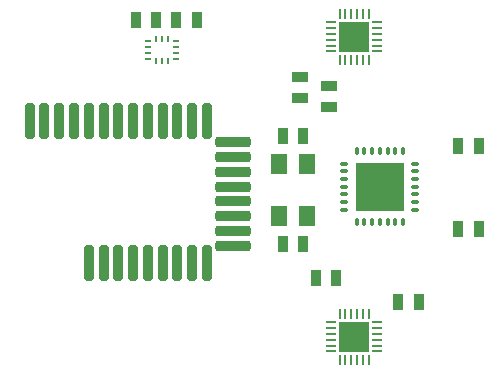
<source format=gbp>
G04 Layer_Color=128*
%FSLAX43Y43*%
%MOMM*%
G71*
G01*
G75*
%ADD13R,1.400X0.850*%
%ADD14R,0.850X1.400*%
G04:AMPARAMS|DCode=38|XSize=0.25mm|YSize=0.55mm|CornerRadius=0.063mm|HoleSize=0mm|Usage=FLASHONLY|Rotation=270.000|XOffset=0mm|YOffset=0mm|HoleType=Round|Shape=RoundedRectangle|*
%AMROUNDEDRECTD38*
21,1,0.250,0.425,0,0,270.0*
21,1,0.125,0.550,0,0,270.0*
1,1,0.125,-0.212,-0.063*
1,1,0.125,-0.212,0.063*
1,1,0.125,0.212,0.063*
1,1,0.125,0.212,-0.063*
%
%ADD38ROUNDEDRECTD38*%
%ADD39R,0.550X0.250*%
%ADD40R,0.250X0.550*%
G04:AMPARAMS|DCode=41|XSize=3mm|YSize=0.85mm|CornerRadius=0.212mm|HoleSize=0mm|Usage=FLASHONLY|Rotation=270.000|XOffset=0mm|YOffset=0mm|HoleType=Round|Shape=RoundedRectangle|*
%AMROUNDEDRECTD41*
21,1,3.000,0.425,0,0,270.0*
21,1,2.575,0.850,0,0,270.0*
1,1,0.425,-0.212,-1.288*
1,1,0.425,-0.212,1.288*
1,1,0.425,0.212,1.288*
1,1,0.425,0.212,-1.288*
%
%ADD41ROUNDEDRECTD41*%
G04:AMPARAMS|DCode=42|XSize=0.85mm|YSize=3mm|CornerRadius=0.212mm|HoleSize=0mm|Usage=FLASHONLY|Rotation=270.000|XOffset=0mm|YOffset=0mm|HoleType=Round|Shape=RoundedRectangle|*
%AMROUNDEDRECTD42*
21,1,0.850,2.575,0,0,270.0*
21,1,0.425,3.000,0,0,270.0*
1,1,0.425,-1.288,-0.212*
1,1,0.425,-1.288,0.212*
1,1,0.425,1.288,0.212*
1,1,0.425,1.288,-0.212*
%
%ADD42ROUNDEDRECTD42*%
%ADD43O,0.900X0.250*%
%ADD44O,0.250X0.900*%
%ADD45R,2.600X2.600*%
%ADD46R,4.180X4.180*%
%ADD47O,0.300X0.700*%
%ADD48O,0.700X0.300*%
%ADD49R,1.400X1.800*%
D13*
X24003Y34022D02*
D03*
Y32272D02*
D03*
X26416Y33260D02*
D03*
Y31510D02*
D03*
D14*
X10069Y38854D02*
D03*
X11819D02*
D03*
X15212Y38862D02*
D03*
X13462D02*
D03*
X27051Y17018D02*
D03*
X25301D02*
D03*
X32272Y14986D02*
D03*
X34022D02*
D03*
X22493Y19939D02*
D03*
X24243D02*
D03*
Y29083D02*
D03*
X22493D02*
D03*
X39102Y21209D02*
D03*
X37352D02*
D03*
Y28194D02*
D03*
X39102D02*
D03*
D38*
X11144Y35572D02*
D03*
D39*
Y36072D02*
D03*
Y36572D02*
D03*
Y37072D02*
D03*
X13494D02*
D03*
Y36572D02*
D03*
Y36072D02*
D03*
Y35572D02*
D03*
D40*
X11819Y37247D02*
D03*
X12319D02*
D03*
X12819D02*
D03*
Y35397D02*
D03*
X12319D02*
D03*
X11819D02*
D03*
D41*
X16088Y30365D02*
D03*
X14838D02*
D03*
X13588D02*
D03*
X12338D02*
D03*
X11088D02*
D03*
X9838D02*
D03*
X8588D02*
D03*
X7338D02*
D03*
X6088D02*
D03*
X4838D02*
D03*
X3588D02*
D03*
X2338D02*
D03*
X1088D02*
D03*
X16088Y18315D02*
D03*
X14838D02*
D03*
X13588D02*
D03*
X12338D02*
D03*
X11088D02*
D03*
X9838D02*
D03*
X8588D02*
D03*
X7338D02*
D03*
X6088D02*
D03*
D42*
X18288Y28515D02*
D03*
Y27265D02*
D03*
Y26015D02*
D03*
Y24765D02*
D03*
Y23515D02*
D03*
Y22265D02*
D03*
Y21015D02*
D03*
Y19765D02*
D03*
D43*
X26625Y10815D02*
D03*
Y11315D02*
D03*
Y11815D02*
D03*
Y12315D02*
D03*
Y12815D02*
D03*
Y13315D02*
D03*
X30525D02*
D03*
Y12815D02*
D03*
Y12315D02*
D03*
Y11815D02*
D03*
Y11315D02*
D03*
Y10815D02*
D03*
X30525Y38715D02*
D03*
Y38215D02*
D03*
Y37715D02*
D03*
Y37215D02*
D03*
Y36715D02*
D03*
Y36215D02*
D03*
X26625D02*
D03*
Y36715D02*
D03*
Y37215D02*
D03*
Y37715D02*
D03*
Y38215D02*
D03*
Y38715D02*
D03*
D44*
X27325Y14015D02*
D03*
X27825D02*
D03*
X28325D02*
D03*
X28825D02*
D03*
X29325D02*
D03*
X29825D02*
D03*
Y10115D02*
D03*
X29325D02*
D03*
X28825D02*
D03*
X28325D02*
D03*
X27825D02*
D03*
X27325D02*
D03*
X29825Y35515D02*
D03*
X29325D02*
D03*
X28825D02*
D03*
X28325D02*
D03*
X27825D02*
D03*
X27325D02*
D03*
Y39415D02*
D03*
X27825D02*
D03*
X28325D02*
D03*
X28825D02*
D03*
X29325D02*
D03*
X29825D02*
D03*
D45*
X28575Y12065D02*
D03*
X28575Y37465D02*
D03*
D46*
X30734Y24765D02*
D03*
D47*
X28784Y21765D02*
D03*
X29434D02*
D03*
X30084D02*
D03*
X30734D02*
D03*
X31384D02*
D03*
X32034D02*
D03*
X32684D02*
D03*
Y27765D02*
D03*
X32034D02*
D03*
X31384D02*
D03*
X30734D02*
D03*
X30084D02*
D03*
X29434D02*
D03*
X28784D02*
D03*
D48*
X33734Y22815D02*
D03*
Y23465D02*
D03*
Y24115D02*
D03*
Y24765D02*
D03*
Y25415D02*
D03*
Y26065D02*
D03*
Y26715D02*
D03*
X27734D02*
D03*
Y26065D02*
D03*
Y25415D02*
D03*
Y24765D02*
D03*
Y24115D02*
D03*
Y23465D02*
D03*
Y22815D02*
D03*
D49*
X24568Y26711D02*
D03*
X22168Y22311D02*
D03*
Y26711D02*
D03*
X24568Y22311D02*
D03*
M02*

</source>
